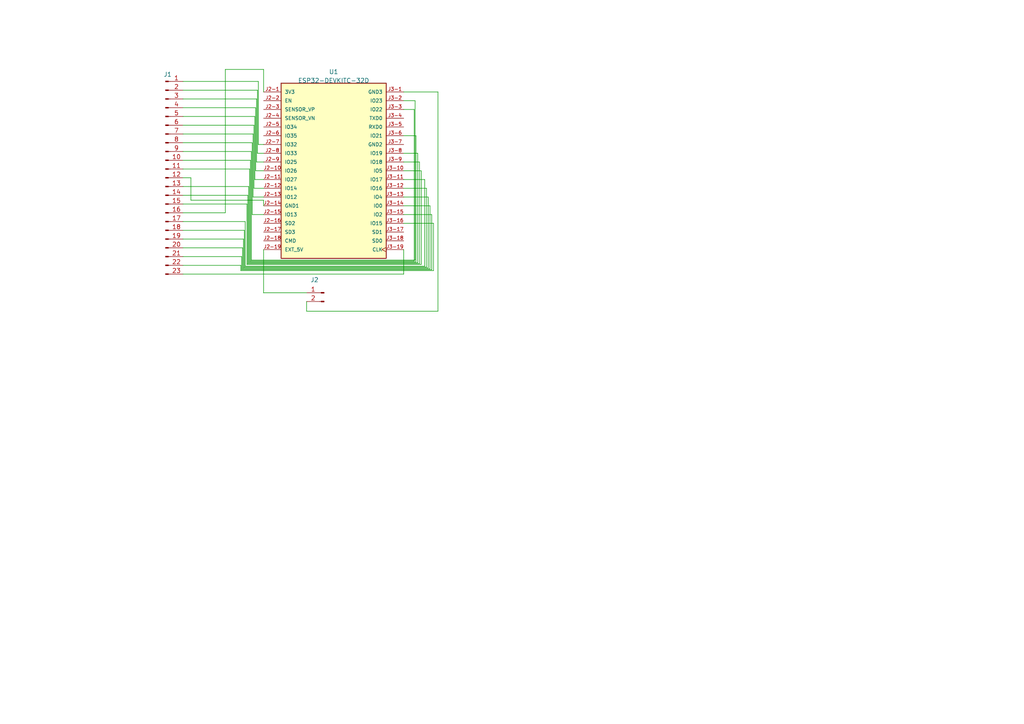
<source format=kicad_sch>
(kicad_sch
	(version 20231120)
	(generator "eeschema")
	(generator_version "8.0")
	(uuid "983f6912-3102-447c-a297-908b2412ac9d")
	(paper "A4")
	(lib_symbols
		(symbol "Connector:Conn_01x02_Pin"
			(pin_names
				(offset 1.016) hide)
			(exclude_from_sim no)
			(in_bom yes)
			(on_board yes)
			(property "Reference" "J"
				(at 0 2.54 0)
				(effects
					(font
						(size 1.27 1.27)
					)
				)
			)
			(property "Value" "Conn_01x02_Pin"
				(at 0 -5.08 0)
				(effects
					(font
						(size 1.27 1.27)
					)
				)
			)
			(property "Footprint" ""
				(at 0 0 0)
				(effects
					(font
						(size 1.27 1.27)
					)
					(hide yes)
				)
			)
			(property "Datasheet" "~"
				(at 0 0 0)
				(effects
					(font
						(size 1.27 1.27)
					)
					(hide yes)
				)
			)
			(property "Description" "Generic connector, single row, 01x02, script generated"
				(at 0 0 0)
				(effects
					(font
						(size 1.27 1.27)
					)
					(hide yes)
				)
			)
			(property "ki_locked" ""
				(at 0 0 0)
				(effects
					(font
						(size 1.27 1.27)
					)
				)
			)
			(property "ki_keywords" "connector"
				(at 0 0 0)
				(effects
					(font
						(size 1.27 1.27)
					)
					(hide yes)
				)
			)
			(property "ki_fp_filters" "Connector*:*_1x??_*"
				(at 0 0 0)
				(effects
					(font
						(size 1.27 1.27)
					)
					(hide yes)
				)
			)
			(symbol "Conn_01x02_Pin_1_1"
				(polyline
					(pts
						(xy 1.27 -2.54) (xy 0.8636 -2.54)
					)
					(stroke
						(width 0.1524)
						(type default)
					)
					(fill
						(type none)
					)
				)
				(polyline
					(pts
						(xy 1.27 0) (xy 0.8636 0)
					)
					(stroke
						(width 0.1524)
						(type default)
					)
					(fill
						(type none)
					)
				)
				(rectangle
					(start 0.8636 -2.413)
					(end 0 -2.667)
					(stroke
						(width 0.1524)
						(type default)
					)
					(fill
						(type outline)
					)
				)
				(rectangle
					(start 0.8636 0.127)
					(end 0 -0.127)
					(stroke
						(width 0.1524)
						(type default)
					)
					(fill
						(type outline)
					)
				)
				(pin passive line
					(at 5.08 0 180)
					(length 3.81)
					(name "Pin_1"
						(effects
							(font
								(size 1.27 1.27)
							)
						)
					)
					(number "1"
						(effects
							(font
								(size 1.27 1.27)
							)
						)
					)
				)
				(pin passive line
					(at 5.08 -2.54 180)
					(length 3.81)
					(name "Pin_2"
						(effects
							(font
								(size 1.27 1.27)
							)
						)
					)
					(number "2"
						(effects
							(font
								(size 1.27 1.27)
							)
						)
					)
				)
			)
		)
		(symbol "Connector:Conn_01x23_Pin"
			(pin_names
				(offset 1.016) hide)
			(exclude_from_sim no)
			(in_bom yes)
			(on_board yes)
			(property "Reference" "J"
				(at 0 30.48 0)
				(effects
					(font
						(size 1.27 1.27)
					)
				)
			)
			(property "Value" "Conn_01x23_Pin"
				(at 0 -30.48 0)
				(effects
					(font
						(size 1.27 1.27)
					)
				)
			)
			(property "Footprint" ""
				(at 0 0 0)
				(effects
					(font
						(size 1.27 1.27)
					)
					(hide yes)
				)
			)
			(property "Datasheet" "~"
				(at 0 0 0)
				(effects
					(font
						(size 1.27 1.27)
					)
					(hide yes)
				)
			)
			(property "Description" "Generic connector, single row, 01x23, script generated"
				(at 0 0 0)
				(effects
					(font
						(size 1.27 1.27)
					)
					(hide yes)
				)
			)
			(property "ki_locked" ""
				(at 0 0 0)
				(effects
					(font
						(size 1.27 1.27)
					)
				)
			)
			(property "ki_keywords" "connector"
				(at 0 0 0)
				(effects
					(font
						(size 1.27 1.27)
					)
					(hide yes)
				)
			)
			(property "ki_fp_filters" "Connector*:*_1x??_*"
				(at 0 0 0)
				(effects
					(font
						(size 1.27 1.27)
					)
					(hide yes)
				)
			)
			(symbol "Conn_01x23_Pin_1_1"
				(polyline
					(pts
						(xy 1.27 -27.94) (xy 0.8636 -27.94)
					)
					(stroke
						(width 0.1524)
						(type default)
					)
					(fill
						(type none)
					)
				)
				(polyline
					(pts
						(xy 1.27 -25.4) (xy 0.8636 -25.4)
					)
					(stroke
						(width 0.1524)
						(type default)
					)
					(fill
						(type none)
					)
				)
				(polyline
					(pts
						(xy 1.27 -22.86) (xy 0.8636 -22.86)
					)
					(stroke
						(width 0.1524)
						(type default)
					)
					(fill
						(type none)
					)
				)
				(polyline
					(pts
						(xy 1.27 -20.32) (xy 0.8636 -20.32)
					)
					(stroke
						(width 0.1524)
						(type default)
					)
					(fill
						(type none)
					)
				)
				(polyline
					(pts
						(xy 1.27 -17.78) (xy 0.8636 -17.78)
					)
					(stroke
						(width 0.1524)
						(type default)
					)
					(fill
						(type none)
					)
				)
				(polyline
					(pts
						(xy 1.27 -15.24) (xy 0.8636 -15.24)
					)
					(stroke
						(width 0.1524)
						(type default)
					)
					(fill
						(type none)
					)
				)
				(polyline
					(pts
						(xy 1.27 -12.7) (xy 0.8636 -12.7)
					)
					(stroke
						(width 0.1524)
						(type default)
					)
					(fill
						(type none)
					)
				)
				(polyline
					(pts
						(xy 1.27 -10.16) (xy 0.8636 -10.16)
					)
					(stroke
						(width 0.1524)
						(type default)
					)
					(fill
						(type none)
					)
				)
				(polyline
					(pts
						(xy 1.27 -7.62) (xy 0.8636 -7.62)
					)
					(stroke
						(width 0.1524)
						(type default)
					)
					(fill
						(type none)
					)
				)
				(polyline
					(pts
						(xy 1.27 -5.08) (xy 0.8636 -5.08)
					)
					(stroke
						(width 0.1524)
						(type default)
					)
					(fill
						(type none)
					)
				)
				(polyline
					(pts
						(xy 1.27 -2.54) (xy 0.8636 -2.54)
					)
					(stroke
						(width 0.1524)
						(type default)
					)
					(fill
						(type none)
					)
				)
				(polyline
					(pts
						(xy 1.27 0) (xy 0.8636 0)
					)
					(stroke
						(width 0.1524)
						(type default)
					)
					(fill
						(type none)
					)
				)
				(polyline
					(pts
						(xy 1.27 2.54) (xy 0.8636 2.54)
					)
					(stroke
						(width 0.1524)
						(type default)
					)
					(fill
						(type none)
					)
				)
				(polyline
					(pts
						(xy 1.27 5.08) (xy 0.8636 5.08)
					)
					(stroke
						(width 0.1524)
						(type default)
					)
					(fill
						(type none)
					)
				)
				(polyline
					(pts
						(xy 1.27 7.62) (xy 0.8636 7.62)
					)
					(stroke
						(width 0.1524)
						(type default)
					)
					(fill
						(type none)
					)
				)
				(polyline
					(pts
						(xy 1.27 10.16) (xy 0.8636 10.16)
					)
					(stroke
						(width 0.1524)
						(type default)
					)
					(fill
						(type none)
					)
				)
				(polyline
					(pts
						(xy 1.27 12.7) (xy 0.8636 12.7)
					)
					(stroke
						(width 0.1524)
						(type default)
					)
					(fill
						(type none)
					)
				)
				(polyline
					(pts
						(xy 1.27 15.24) (xy 0.8636 15.24)
					)
					(stroke
						(width 0.1524)
						(type default)
					)
					(fill
						(type none)
					)
				)
				(polyline
					(pts
						(xy 1.27 17.78) (xy 0.8636 17.78)
					)
					(stroke
						(width 0.1524)
						(type default)
					)
					(fill
						(type none)
					)
				)
				(polyline
					(pts
						(xy 1.27 20.32) (xy 0.8636 20.32)
					)
					(stroke
						(width 0.1524)
						(type default)
					)
					(fill
						(type none)
					)
				)
				(polyline
					(pts
						(xy 1.27 22.86) (xy 0.8636 22.86)
					)
					(stroke
						(width 0.1524)
						(type default)
					)
					(fill
						(type none)
					)
				)
				(polyline
					(pts
						(xy 1.27 25.4) (xy 0.8636 25.4)
					)
					(stroke
						(width 0.1524)
						(type default)
					)
					(fill
						(type none)
					)
				)
				(polyline
					(pts
						(xy 1.27 27.94) (xy 0.8636 27.94)
					)
					(stroke
						(width 0.1524)
						(type default)
					)
					(fill
						(type none)
					)
				)
				(rectangle
					(start 0.8636 -27.813)
					(end 0 -28.067)
					(stroke
						(width 0.1524)
						(type default)
					)
					(fill
						(type outline)
					)
				)
				(rectangle
					(start 0.8636 -25.273)
					(end 0 -25.527)
					(stroke
						(width 0.1524)
						(type default)
					)
					(fill
						(type outline)
					)
				)
				(rectangle
					(start 0.8636 -22.733)
					(end 0 -22.987)
					(stroke
						(width 0.1524)
						(type default)
					)
					(fill
						(type outline)
					)
				)
				(rectangle
					(start 0.8636 -20.193)
					(end 0 -20.447)
					(stroke
						(width 0.1524)
						(type default)
					)
					(fill
						(type outline)
					)
				)
				(rectangle
					(start 0.8636 -17.653)
					(end 0 -17.907)
					(stroke
						(width 0.1524)
						(type default)
					)
					(fill
						(type outline)
					)
				)
				(rectangle
					(start 0.8636 -15.113)
					(end 0 -15.367)
					(stroke
						(width 0.1524)
						(type default)
					)
					(fill
						(type outline)
					)
				)
				(rectangle
					(start 0.8636 -12.573)
					(end 0 -12.827)
					(stroke
						(width 0.1524)
						(type default)
					)
					(fill
						(type outline)
					)
				)
				(rectangle
					(start 0.8636 -10.033)
					(end 0 -10.287)
					(stroke
						(width 0.1524)
						(type default)
					)
					(fill
						(type outline)
					)
				)
				(rectangle
					(start 0.8636 -7.493)
					(end 0 -7.747)
					(stroke
						(width 0.1524)
						(type default)
					)
					(fill
						(type outline)
					)
				)
				(rectangle
					(start 0.8636 -4.953)
					(end 0 -5.207)
					(stroke
						(width 0.1524)
						(type default)
					)
					(fill
						(type outline)
					)
				)
				(rectangle
					(start 0.8636 -2.413)
					(end 0 -2.667)
					(stroke
						(width 0.1524)
						(type default)
					)
					(fill
						(type outline)
					)
				)
				(rectangle
					(start 0.8636 0.127)
					(end 0 -0.127)
					(stroke
						(width 0.1524)
						(type default)
					)
					(fill
						(type outline)
					)
				)
				(rectangle
					(start 0.8636 2.667)
					(end 0 2.413)
					(stroke
						(width 0.1524)
						(type default)
					)
					(fill
						(type outline)
					)
				)
				(rectangle
					(start 0.8636 5.207)
					(end 0 4.953)
					(stroke
						(width 0.1524)
						(type default)
					)
					(fill
						(type outline)
					)
				)
				(rectangle
					(start 0.8636 7.747)
					(end 0 7.493)
					(stroke
						(width 0.1524)
						(type default)
					)
					(fill
						(type outline)
					)
				)
				(rectangle
					(start 0.8636 10.287)
					(end 0 10.033)
					(stroke
						(width 0.1524)
						(type default)
					)
					(fill
						(type outline)
					)
				)
				(rectangle
					(start 0.8636 12.827)
					(end 0 12.573)
					(stroke
						(width 0.1524)
						(type default)
					)
					(fill
						(type outline)
					)
				)
				(rectangle
					(start 0.8636 15.367)
					(end 0 15.113)
					(stroke
						(width 0.1524)
						(type default)
					)
					(fill
						(type outline)
					)
				)
				(rectangle
					(start 0.8636 17.907)
					(end 0 17.653)
					(stroke
						(width 0.1524)
						(type default)
					)
					(fill
						(type outline)
					)
				)
				(rectangle
					(start 0.8636 20.447)
					(end 0 20.193)
					(stroke
						(width 0.1524)
						(type default)
					)
					(fill
						(type outline)
					)
				)
				(rectangle
					(start 0.8636 22.987)
					(end 0 22.733)
					(stroke
						(width 0.1524)
						(type default)
					)
					(fill
						(type outline)
					)
				)
				(rectangle
					(start 0.8636 25.527)
					(end 0 25.273)
					(stroke
						(width 0.1524)
						(type default)
					)
					(fill
						(type outline)
					)
				)
				(rectangle
					(start 0.8636 28.067)
					(end 0 27.813)
					(stroke
						(width 0.1524)
						(type default)
					)
					(fill
						(type outline)
					)
				)
				(pin passive line
					(at 5.08 27.94 180)
					(length 3.81)
					(name "Pin_1"
						(effects
							(font
								(size 1.27 1.27)
							)
						)
					)
					(number "1"
						(effects
							(font
								(size 1.27 1.27)
							)
						)
					)
				)
				(pin passive line
					(at 5.08 5.08 180)
					(length 3.81)
					(name "Pin_10"
						(effects
							(font
								(size 1.27 1.27)
							)
						)
					)
					(number "10"
						(effects
							(font
								(size 1.27 1.27)
							)
						)
					)
				)
				(pin passive line
					(at 5.08 2.54 180)
					(length 3.81)
					(name "Pin_11"
						(effects
							(font
								(size 1.27 1.27)
							)
						)
					)
					(number "11"
						(effects
							(font
								(size 1.27 1.27)
							)
						)
					)
				)
				(pin passive line
					(at 5.08 0 180)
					(length 3.81)
					(name "Pin_12"
						(effects
							(font
								(size 1.27 1.27)
							)
						)
					)
					(number "12"
						(effects
							(font
								(size 1.27 1.27)
							)
						)
					)
				)
				(pin passive line
					(at 5.08 -2.54 180)
					(length 3.81)
					(name "Pin_13"
						(effects
							(font
								(size 1.27 1.27)
							)
						)
					)
					(number "13"
						(effects
							(font
								(size 1.27 1.27)
							)
						)
					)
				)
				(pin passive line
					(at 5.08 -5.08 180)
					(length 3.81)
					(name "Pin_14"
						(effects
							(font
								(size 1.27 1.27)
							)
						)
					)
					(number "14"
						(effects
							(font
								(size 1.27 1.27)
							)
						)
					)
				)
				(pin passive line
					(at 5.08 -7.62 180)
					(length 3.81)
					(name "Pin_15"
						(effects
							(font
								(size 1.27 1.27)
							)
						)
					)
					(number "15"
						(effects
							(font
								(size 1.27 1.27)
							)
						)
					)
				)
				(pin passive line
					(at 5.08 -10.16 180)
					(length 3.81)
					(name "Pin_16"
						(effects
							(font
								(size 1.27 1.27)
							)
						)
					)
					(number "16"
						(effects
							(font
								(size 1.27 1.27)
							)
						)
					)
				)
				(pin passive line
					(at 5.08 -12.7 180)
					(length 3.81)
					(name "Pin_17"
						(effects
							(font
								(size 1.27 1.27)
							)
						)
					)
					(number "17"
						(effects
							(font
								(size 1.27 1.27)
							)
						)
					)
				)
				(pin passive line
					(at 5.08 -15.24 180)
					(length 3.81)
					(name "Pin_18"
						(effects
							(font
								(size 1.27 1.27)
							)
						)
					)
					(number "18"
						(effects
							(font
								(size 1.27 1.27)
							)
						)
					)
				)
				(pin passive line
					(at 5.08 -17.78 180)
					(length 3.81)
					(name "Pin_19"
						(effects
							(font
								(size 1.27 1.27)
							)
						)
					)
					(number "19"
						(effects
							(font
								(size 1.27 1.27)
							)
						)
					)
				)
				(pin passive line
					(at 5.08 25.4 180)
					(length 3.81)
					(name "Pin_2"
						(effects
							(font
								(size 1.27 1.27)
							)
						)
					)
					(number "2"
						(effects
							(font
								(size 1.27 1.27)
							)
						)
					)
				)
				(pin passive line
					(at 5.08 -20.32 180)
					(length 3.81)
					(name "Pin_20"
						(effects
							(font
								(size 1.27 1.27)
							)
						)
					)
					(number "20"
						(effects
							(font
								(size 1.27 1.27)
							)
						)
					)
				)
				(pin passive line
					(at 5.08 -22.86 180)
					(length 3.81)
					(name "Pin_21"
						(effects
							(font
								(size 1.27 1.27)
							)
						)
					)
					(number "21"
						(effects
							(font
								(size 1.27 1.27)
							)
						)
					)
				)
				(pin passive line
					(at 5.08 -25.4 180)
					(length 3.81)
					(name "Pin_22"
						(effects
							(font
								(size 1.27 1.27)
							)
						)
					)
					(number "22"
						(effects
							(font
								(size 1.27 1.27)
							)
						)
					)
				)
				(pin passive line
					(at 5.08 -27.94 180)
					(length 3.81)
					(name "Pin_23"
						(effects
							(font
								(size 1.27 1.27)
							)
						)
					)
					(number "23"
						(effects
							(font
								(size 1.27 1.27)
							)
						)
					)
				)
				(pin passive line
					(at 5.08 22.86 180)
					(length 3.81)
					(name "Pin_3"
						(effects
							(font
								(size 1.27 1.27)
							)
						)
					)
					(number "3"
						(effects
							(font
								(size 1.27 1.27)
							)
						)
					)
				)
				(pin passive line
					(at 5.08 20.32 180)
					(length 3.81)
					(name "Pin_4"
						(effects
							(font
								(size 1.27 1.27)
							)
						)
					)
					(number "4"
						(effects
							(font
								(size 1.27 1.27)
							)
						)
					)
				)
				(pin passive line
					(at 5.08 17.78 180)
					(length 3.81)
					(name "Pin_5"
						(effects
							(font
								(size 1.27 1.27)
							)
						)
					)
					(number "5"
						(effects
							(font
								(size 1.27 1.27)
							)
						)
					)
				)
				(pin passive line
					(at 5.08 15.24 180)
					(length 3.81)
					(name "Pin_6"
						(effects
							(font
								(size 1.27 1.27)
							)
						)
					)
					(number "6"
						(effects
							(font
								(size 1.27 1.27)
							)
						)
					)
				)
				(pin passive line
					(at 5.08 12.7 180)
					(length 3.81)
					(name "Pin_7"
						(effects
							(font
								(size 1.27 1.27)
							)
						)
					)
					(number "7"
						(effects
							(font
								(size 1.27 1.27)
							)
						)
					)
				)
				(pin passive line
					(at 5.08 10.16 180)
					(length 3.81)
					(name "Pin_8"
						(effects
							(font
								(size 1.27 1.27)
							)
						)
					)
					(number "8"
						(effects
							(font
								(size 1.27 1.27)
							)
						)
					)
				)
				(pin passive line
					(at 5.08 7.62 180)
					(length 3.81)
					(name "Pin_9"
						(effects
							(font
								(size 1.27 1.27)
							)
						)
					)
					(number "9"
						(effects
							(font
								(size 1.27 1.27)
							)
						)
					)
				)
			)
		)
		(symbol "ESP32 38-PIN:ESP32-DEVKITC-32D"
			(pin_names
				(offset 1.016)
			)
			(exclude_from_sim no)
			(in_bom yes)
			(on_board yes)
			(property "Reference" "U"
				(at -15.2572 26.0643 0)
				(effects
					(font
						(size 1.27 1.27)
					)
					(justify left bottom)
				)
			)
			(property "Value" "ESP32-DEVKITC-32D"
				(at -15.2563 -27.9698 0)
				(effects
					(font
						(size 1.27 1.27)
					)
					(justify left bottom)
				)
			)
			(property "Footprint" "ESP32-DEVKITC-32D:MODULE_ESP32-DEVKITC-32D"
				(at 0 0 0)
				(effects
					(font
						(size 1.27 1.27)
					)
					(justify bottom)
					(hide yes)
				)
			)
			(property "Datasheet" ""
				(at 0 0 0)
				(effects
					(font
						(size 1.27 1.27)
					)
					(hide yes)
				)
			)
			(property "Description" "\nWiFi Development Tools (802.11) ESP32 General Development Kit, ESP32-WROOM-32D on the board\n"
				(at 0 0 0)
				(effects
					(font
						(size 1.27 1.27)
					)
					(justify bottom)
					(hide yes)
				)
			)
			(property "MF" "Espressif Systems"
				(at 0 0 0)
				(effects
					(font
						(size 1.27 1.27)
					)
					(justify bottom)
					(hide yes)
				)
			)
			(property "MAXIMUM_PACKAGE_HEIGHT" "N/A"
				(at 0 0 0)
				(effects
					(font
						(size 1.27 1.27)
					)
					(justify bottom)
					(hide yes)
				)
			)
			(property "Package" "None"
				(at 0 0 0)
				(effects
					(font
						(size 1.27 1.27)
					)
					(justify bottom)
					(hide yes)
				)
			)
			(property "Price" "None"
				(at 0 0 0)
				(effects
					(font
						(size 1.27 1.27)
					)
					(justify bottom)
					(hide yes)
				)
			)
			(property "Check_prices" "https://www.snapeda.com/parts/ESP32-DEVKITC-32D/Espressif+Systems/view-part/?ref=eda"
				(at 0 0 0)
				(effects
					(font
						(size 1.27 1.27)
					)
					(justify bottom)
					(hide yes)
				)
			)
			(property "STANDARD" "Manufacturer Recommendations"
				(at 0 0 0)
				(effects
					(font
						(size 1.27 1.27)
					)
					(justify bottom)
					(hide yes)
				)
			)
			(property "PARTREV" "V4"
				(at 0 0 0)
				(effects
					(font
						(size 1.27 1.27)
					)
					(justify bottom)
					(hide yes)
				)
			)
			(property "SnapEDA_Link" "https://www.snapeda.com/parts/ESP32-DEVKITC-32D/Espressif+Systems/view-part/?ref=snap"
				(at 0 0 0)
				(effects
					(font
						(size 1.27 1.27)
					)
					(justify bottom)
					(hide yes)
				)
			)
			(property "MP" "ESP32-DEVKITC-32D"
				(at 0 0 0)
				(effects
					(font
						(size 1.27 1.27)
					)
					(justify bottom)
					(hide yes)
				)
			)
			(property "MANUFACTURER" "Espressif Systems"
				(at 0 0 0)
				(effects
					(font
						(size 1.27 1.27)
					)
					(justify bottom)
					(hide yes)
				)
			)
			(property "Availability" "In Stock"
				(at 0 0 0)
				(effects
					(font
						(size 1.27 1.27)
					)
					(justify bottom)
					(hide yes)
				)
			)
			(property "SNAPEDA_PN" "ESP32-DEVKITC-32D"
				(at 0 0 0)
				(effects
					(font
						(size 1.27 1.27)
					)
					(justify bottom)
					(hide yes)
				)
			)
			(symbol "ESP32-DEVKITC-32D_0_0"
				(rectangle
					(start -15.24 -25.4)
					(end 15.24 25.4)
					(stroke
						(width 0.254)
						(type default)
					)
					(fill
						(type background)
					)
				)
				(pin power_in line
					(at -20.32 22.86 0)
					(length 5.08)
					(name "3V3"
						(effects
							(font
								(size 1.016 1.016)
							)
						)
					)
					(number "J2-1"
						(effects
							(font
								(size 1.016 1.016)
							)
						)
					)
				)
				(pin bidirectional line
					(at -20.32 0 0)
					(length 5.08)
					(name "IO26"
						(effects
							(font
								(size 1.016 1.016)
							)
						)
					)
					(number "J2-10"
						(effects
							(font
								(size 1.016 1.016)
							)
						)
					)
				)
				(pin bidirectional line
					(at -20.32 -2.54 0)
					(length 5.08)
					(name "IO27"
						(effects
							(font
								(size 1.016 1.016)
							)
						)
					)
					(number "J2-11"
						(effects
							(font
								(size 1.016 1.016)
							)
						)
					)
				)
				(pin bidirectional line
					(at -20.32 -5.08 0)
					(length 5.08)
					(name "IO14"
						(effects
							(font
								(size 1.016 1.016)
							)
						)
					)
					(number "J2-12"
						(effects
							(font
								(size 1.016 1.016)
							)
						)
					)
				)
				(pin bidirectional line
					(at -20.32 -7.62 0)
					(length 5.08)
					(name "IO12"
						(effects
							(font
								(size 1.016 1.016)
							)
						)
					)
					(number "J2-13"
						(effects
							(font
								(size 1.016 1.016)
							)
						)
					)
				)
				(pin power_in line
					(at -20.32 -10.16 0)
					(length 5.08)
					(name "GND1"
						(effects
							(font
								(size 1.016 1.016)
							)
						)
					)
					(number "J2-14"
						(effects
							(font
								(size 1.016 1.016)
							)
						)
					)
				)
				(pin bidirectional line
					(at -20.32 -12.7 0)
					(length 5.08)
					(name "IO13"
						(effects
							(font
								(size 1.016 1.016)
							)
						)
					)
					(number "J2-15"
						(effects
							(font
								(size 1.016 1.016)
							)
						)
					)
				)
				(pin bidirectional line
					(at -20.32 -15.24 0)
					(length 5.08)
					(name "SD2"
						(effects
							(font
								(size 1.016 1.016)
							)
						)
					)
					(number "J2-16"
						(effects
							(font
								(size 1.016 1.016)
							)
						)
					)
				)
				(pin bidirectional line
					(at -20.32 -17.78 0)
					(length 5.08)
					(name "SD3"
						(effects
							(font
								(size 1.016 1.016)
							)
						)
					)
					(number "J2-17"
						(effects
							(font
								(size 1.016 1.016)
							)
						)
					)
				)
				(pin bidirectional line
					(at -20.32 -20.32 0)
					(length 5.08)
					(name "CMD"
						(effects
							(font
								(size 1.016 1.016)
							)
						)
					)
					(number "J2-18"
						(effects
							(font
								(size 1.016 1.016)
							)
						)
					)
				)
				(pin power_in line
					(at -20.32 -22.86 0)
					(length 5.08)
					(name "EXT_5V"
						(effects
							(font
								(size 1.016 1.016)
							)
						)
					)
					(number "J2-19"
						(effects
							(font
								(size 1.016 1.016)
							)
						)
					)
				)
				(pin input line
					(at -20.32 20.32 0)
					(length 5.08)
					(name "EN"
						(effects
							(font
								(size 1.016 1.016)
							)
						)
					)
					(number "J2-2"
						(effects
							(font
								(size 1.016 1.016)
							)
						)
					)
				)
				(pin input line
					(at -20.32 17.78 0)
					(length 5.08)
					(name "SENSOR_VP"
						(effects
							(font
								(size 1.016 1.016)
							)
						)
					)
					(number "J2-3"
						(effects
							(font
								(size 1.016 1.016)
							)
						)
					)
				)
				(pin input line
					(at -20.32 15.24 0)
					(length 5.08)
					(name "SENSOR_VN"
						(effects
							(font
								(size 1.016 1.016)
							)
						)
					)
					(number "J2-4"
						(effects
							(font
								(size 1.016 1.016)
							)
						)
					)
				)
				(pin bidirectional line
					(at -20.32 12.7 0)
					(length 5.08)
					(name "IO34"
						(effects
							(font
								(size 1.016 1.016)
							)
						)
					)
					(number "J2-5"
						(effects
							(font
								(size 1.016 1.016)
							)
						)
					)
				)
				(pin bidirectional line
					(at -20.32 10.16 0)
					(length 5.08)
					(name "IO35"
						(effects
							(font
								(size 1.016 1.016)
							)
						)
					)
					(number "J2-6"
						(effects
							(font
								(size 1.016 1.016)
							)
						)
					)
				)
				(pin bidirectional line
					(at -20.32 7.62 0)
					(length 5.08)
					(name "IO32"
						(effects
							(font
								(size 1.016 1.016)
							)
						)
					)
					(number "J2-7"
						(effects
							(font
								(size 1.016 1.016)
							)
						)
					)
				)
				(pin bidirectional line
					(at -20.32 5.08 0)
					(length 5.08)
					(name "IO33"
						(effects
							(font
								(size 1.016 1.016)
							)
						)
					)
					(number "J2-8"
						(effects
							(font
								(size 1.016 1.016)
							)
						)
					)
				)
				(pin bidirectional line
					(at -20.32 2.54 0)
					(length 5.08)
					(name "IO25"
						(effects
							(font
								(size 1.016 1.016)
							)
						)
					)
					(number "J2-9"
						(effects
							(font
								(size 1.016 1.016)
							)
						)
					)
				)
				(pin power_in line
					(at 20.32 22.86 180)
					(length 5.08)
					(name "GND3"
						(effects
							(font
								(size 1.016 1.016)
							)
						)
					)
					(number "J3-1"
						(effects
							(font
								(size 1.016 1.016)
							)
						)
					)
				)
				(pin bidirectional line
					(at 20.32 0 180)
					(length 5.08)
					(name "IO5"
						(effects
							(font
								(size 1.016 1.016)
							)
						)
					)
					(number "J3-10"
						(effects
							(font
								(size 1.016 1.016)
							)
						)
					)
				)
				(pin bidirectional line
					(at 20.32 -2.54 180)
					(length 5.08)
					(name "IO17"
						(effects
							(font
								(size 1.016 1.016)
							)
						)
					)
					(number "J3-11"
						(effects
							(font
								(size 1.016 1.016)
							)
						)
					)
				)
				(pin bidirectional line
					(at 20.32 -5.08 180)
					(length 5.08)
					(name "IO16"
						(effects
							(font
								(size 1.016 1.016)
							)
						)
					)
					(number "J3-12"
						(effects
							(font
								(size 1.016 1.016)
							)
						)
					)
				)
				(pin bidirectional line
					(at 20.32 -7.62 180)
					(length 5.08)
					(name "IO4"
						(effects
							(font
								(size 1.016 1.016)
							)
						)
					)
					(number "J3-13"
						(effects
							(font
								(size 1.016 1.016)
							)
						)
					)
				)
				(pin bidirectional line
					(at 20.32 -10.16 180)
					(length 5.08)
					(name "IO0"
						(effects
							(font
								(size 1.016 1.016)
							)
						)
					)
					(number "J3-14"
						(effects
							(font
								(size 1.016 1.016)
							)
						)
					)
				)
				(pin bidirectional line
					(at 20.32 -12.7 180)
					(length 5.08)
					(name "IO2"
						(effects
							(font
								(size 1.016 1.016)
							)
						)
					)
					(number "J3-15"
						(effects
							(font
								(size 1.016 1.016)
							)
						)
					)
				)
				(pin bidirectional line
					(at 20.32 -15.24 180)
					(length 5.08)
					(name "IO15"
						(effects
							(font
								(size 1.016 1.016)
							)
						)
					)
					(number "J3-16"
						(effects
							(font
								(size 1.016 1.016)
							)
						)
					)
				)
				(pin bidirectional line
					(at 20.32 -17.78 180)
					(length 5.08)
					(name "SD1"
						(effects
							(font
								(size 1.016 1.016)
							)
						)
					)
					(number "J3-17"
						(effects
							(font
								(size 1.016 1.016)
							)
						)
					)
				)
				(pin bidirectional line
					(at 20.32 -20.32 180)
					(length 5.08)
					(name "SD0"
						(effects
							(font
								(size 1.016 1.016)
							)
						)
					)
					(number "J3-18"
						(effects
							(font
								(size 1.016 1.016)
							)
						)
					)
				)
				(pin input clock
					(at 20.32 -22.86 180)
					(length 5.08)
					(name "CLK"
						(effects
							(font
								(size 1.016 1.016)
							)
						)
					)
					(number "J3-19"
						(effects
							(font
								(size 1.016 1.016)
							)
						)
					)
				)
				(pin bidirectional line
					(at 20.32 20.32 180)
					(length 5.08)
					(name "IO23"
						(effects
							(font
								(size 1.016 1.016)
							)
						)
					)
					(number "J3-2"
						(effects
							(font
								(size 1.016 1.016)
							)
						)
					)
				)
				(pin bidirectional line
					(at 20.32 17.78 180)
					(length 5.08)
					(name "IO22"
						(effects
							(font
								(size 1.016 1.016)
							)
						)
					)
					(number "J3-3"
						(effects
							(font
								(size 1.016 1.016)
							)
						)
					)
				)
				(pin output line
					(at 20.32 15.24 180)
					(length 5.08)
					(name "TXD0"
						(effects
							(font
								(size 1.016 1.016)
							)
						)
					)
					(number "J3-4"
						(effects
							(font
								(size 1.016 1.016)
							)
						)
					)
				)
				(pin input line
					(at 20.32 12.7 180)
					(length 5.08)
					(name "RXD0"
						(effects
							(font
								(size 1.016 1.016)
							)
						)
					)
					(number "J3-5"
						(effects
							(font
								(size 1.016 1.016)
							)
						)
					)
				)
				(pin bidirectional line
					(at 20.32 10.16 180)
					(length 5.08)
					(name "IO21"
						(effects
							(font
								(size 1.016 1.016)
							)
						)
					)
					(number "J3-6"
						(effects
							(font
								(size 1.016 1.016)
							)
						)
					)
				)
				(pin power_in line
					(at 20.32 7.62 180)
					(length 5.08)
					(name "GND2"
						(effects
							(font
								(size 1.016 1.016)
							)
						)
					)
					(number "J3-7"
						(effects
							(font
								(size 1.016 1.016)
							)
						)
					)
				)
				(pin bidirectional line
					(at 20.32 5.08 180)
					(length 5.08)
					(name "IO19"
						(effects
							(font
								(size 1.016 1.016)
							)
						)
					)
					(number "J3-8"
						(effects
							(font
								(size 1.016 1.016)
							)
						)
					)
				)
				(pin bidirectional line
					(at 20.32 2.54 180)
					(length 5.08)
					(name "IO18"
						(effects
							(font
								(size 1.016 1.016)
							)
						)
					)
					(number "J3-9"
						(effects
							(font
								(size 1.016 1.016)
							)
						)
					)
				)
			)
		)
	)
	(wire
		(pts
			(xy 74.93 41.91) (xy 76.454 41.91)
		)
		(stroke
			(width 0)
			(type default)
		)
		(uuid "008f9180-7130-443f-bb50-26b357e447c2")
	)
	(wire
		(pts
			(xy 53.086 71.882) (xy 70.358 71.882)
		)
		(stroke
			(width 0)
			(type default)
		)
		(uuid "030429ab-33f0-4891-b60e-b63da5a8c232")
	)
	(wire
		(pts
			(xy 124.714 59.69) (xy 117.094 59.69)
		)
		(stroke
			(width 0)
			(type default)
		)
		(uuid "0a9a1b4d-d539-41c7-bac2-36a0f29b369b")
	)
	(wire
		(pts
			(xy 71.628 76.708) (xy 122.174 76.708)
		)
		(stroke
			(width 0)
			(type default)
		)
		(uuid "12828edf-cb0d-4818-82cc-cbb5354c5c83")
	)
	(wire
		(pts
			(xy 123.19 52.07) (xy 123.19 77.216)
		)
		(stroke
			(width 0)
			(type default)
		)
		(uuid "14ef3fa9-57d6-4726-924f-a988d6b76cc7")
	)
	(wire
		(pts
			(xy 121.666 46.99) (xy 117.094 46.99)
		)
		(stroke
			(width 0)
			(type default)
		)
		(uuid "1576f79e-65af-4743-ba4a-357db4341513")
	)
	(wire
		(pts
			(xy 76.454 84.9376) (xy 76.4794 84.9376)
		)
		(stroke
			(width 0)
			(type default)
		)
		(uuid "1b2a66f5-b78b-4f12-ae1e-5f5bd00928b5")
	)
	(wire
		(pts
			(xy 53.086 23.622) (xy 74.93 23.622)
		)
		(stroke
			(width 0)
			(type default)
		)
		(uuid "1d4d220f-a1fd-4512-8799-838a7c19fb80")
	)
	(wire
		(pts
			(xy 74.676 44.45) (xy 76.454 44.45)
		)
		(stroke
			(width 0)
			(type default)
		)
		(uuid "20448a9a-d140-42be-ab5a-f7ce1555bedc")
	)
	(wire
		(pts
			(xy 121.158 44.45) (xy 117.094 44.45)
		)
		(stroke
			(width 0)
			(type default)
		)
		(uuid "221b3b06-56db-4505-8c59-0dd742bbd54a")
	)
	(wire
		(pts
			(xy 53.086 49.022) (xy 72.39 49.022)
		)
		(stroke
			(width 0)
			(type default)
		)
		(uuid "28fa9e86-db55-482c-80d2-1f7e8e13d6f8")
	)
	(wire
		(pts
			(xy 73.406 38.862) (xy 73.406 57.15)
		)
		(stroke
			(width 0)
			(type default)
		)
		(uuid "2c7d1442-8585-48bc-a077-7df25076a3ab")
	)
	(wire
		(pts
			(xy 53.086 51.562) (xy 55.372 51.562)
		)
		(stroke
			(width 0)
			(type default)
		)
		(uuid "2d3546e5-170c-4f27-bc3b-b81b31214c6e")
	)
	(wire
		(pts
			(xy 123.698 54.61) (xy 123.698 77.47)
		)
		(stroke
			(width 0)
			(type default)
		)
		(uuid "2d76d223-f4ee-4760-bf63-fb50494f9290")
	)
	(wire
		(pts
			(xy 53.086 74.422) (xy 70.104 74.422)
		)
		(stroke
			(width 0)
			(type default)
		)
		(uuid "32dddc96-9e90-43e7-b632-e10abfd979e5")
	)
	(wire
		(pts
			(xy 53.086 33.782) (xy 73.914 33.782)
		)
		(stroke
			(width 0)
			(type default)
		)
		(uuid "335697d0-9446-45d2-bfca-fbb77deaea41")
	)
	(wire
		(pts
			(xy 53.086 79.502) (xy 117.094 79.502)
		)
		(stroke
			(width 0)
			(type default)
		)
		(uuid "3586f6f8-0d04-439d-9019-decc43f3aec4")
	)
	(wire
		(pts
			(xy 73.152 62.23) (xy 76.454 62.23)
		)
		(stroke
			(width 0)
			(type default)
		)
		(uuid "36033e09-41e0-4c97-ae2a-b44e6f339b18")
	)
	(wire
		(pts
			(xy 72.39 75.946) (xy 120.65 75.946)
		)
		(stroke
			(width 0)
			(type default)
		)
		(uuid "38c91a89-7bdd-4f2f-95a5-82a3c0871286")
	)
	(wire
		(pts
			(xy 53.086 41.402) (xy 73.152 41.402)
		)
		(stroke
			(width 0)
			(type default)
		)
		(uuid "3a95247a-d58a-49f2-b065-5390b176ea5f")
	)
	(wire
		(pts
			(xy 74.422 46.99) (xy 76.454 46.99)
		)
		(stroke
			(width 0)
			(type default)
		)
		(uuid "3ae582e8-e376-49c6-900f-9df0ee14841a")
	)
	(wire
		(pts
			(xy 71.628 59.182) (xy 71.628 76.708)
		)
		(stroke
			(width 0)
			(type default)
		)
		(uuid "3b53dcb3-9e19-4406-b530-759196357dbd")
	)
	(wire
		(pts
			(xy 120.65 39.37) (xy 120.65 75.946)
		)
		(stroke
			(width 0)
			(type default)
		)
		(uuid "3db1e8e4-e4da-48e2-a585-091a7141cd88")
	)
	(wire
		(pts
			(xy 72.136 76.2) (xy 121.158 76.2)
		)
		(stroke
			(width 0)
			(type default)
		)
		(uuid "3edd6996-68b8-42d4-8e6b-718c43699462")
	)
	(wire
		(pts
			(xy 76.454 20.1422) (xy 76.454 26.67)
		)
		(stroke
			(width 0)
			(type default)
		)
		(uuid "410282a2-38fe-4bad-82f0-bb564f5cee5a")
	)
	(wire
		(pts
			(xy 124.206 57.15) (xy 124.206 77.724)
		)
		(stroke
			(width 0)
			(type default)
		)
		(uuid "45edf525-cc47-4e99-a04f-1e9d1d9cf387")
	)
	(wire
		(pts
			(xy 70.612 77.724) (xy 124.206 77.724)
		)
		(stroke
			(width 0)
			(type default)
		)
		(uuid "46c23bd9-c759-46c2-8f8a-7d9f92dd2707")
	)
	(wire
		(pts
			(xy 74.168 49.53) (xy 76.454 49.53)
		)
		(stroke
			(width 0)
			(type default)
		)
		(uuid "476151a3-4fa3-4689-9d36-c4e58845db22")
	)
	(wire
		(pts
			(xy 125.222 62.23) (xy 125.222 78.232)
		)
		(stroke
			(width 0)
			(type default)
		)
		(uuid "4fe8a90b-b660-4606-abc5-e14a3480cb7f")
	)
	(wire
		(pts
			(xy 120.65 39.37) (xy 117.094 39.37)
		)
		(stroke
			(width 0)
			(type default)
		)
		(uuid "5443c7f9-5ce8-4ac6-bb05-4aed0ffb48a7")
	)
	(wire
		(pts
			(xy 73.66 36.322) (xy 73.66 54.61)
		)
		(stroke
			(width 0)
			(type default)
		)
		(uuid "55a00363-1ba4-420c-97be-b78fca18ee12")
	)
	(wire
		(pts
			(xy 73.406 38.862) (xy 53.086 38.862)
		)
		(stroke
			(width 0)
			(type default)
		)
		(uuid "57edee3a-a78e-4f65-9065-9db50d523bfc")
	)
	(wire
		(pts
			(xy 125.73 78.486) (xy 125.73 64.77)
		)
		(stroke
			(width 0)
			(type default)
		)
		(uuid "596e0f33-085a-4200-8b55-591c3d870b9a")
	)
	(wire
		(pts
			(xy 124.206 57.15) (xy 117.094 57.15)
		)
		(stroke
			(width 0)
			(type default)
		)
		(uuid "5b17bc83-e4bd-4879-a370-314cdd35c862")
	)
	(wire
		(pts
			(xy 73.406 57.15) (xy 76.454 57.15)
		)
		(stroke
			(width 0)
			(type default)
		)
		(uuid "5f472012-4626-4f90-8f4c-0d5b56b8a153")
	)
	(wire
		(pts
			(xy 70.866 66.802) (xy 70.866 77.47)
		)
		(stroke
			(width 0)
			(type default)
		)
		(uuid "6269db61-9340-43c8-9086-86f7ce60b195")
	)
	(wire
		(pts
			(xy 73.152 41.402) (xy 73.152 62.23)
		)
		(stroke
			(width 0)
			(type default)
		)
		(uuid "62efde40-8d8a-48e9-b80e-61d562aa5f6f")
	)
	(wire
		(pts
			(xy 122.174 49.53) (xy 117.094 49.53)
		)
		(stroke
			(width 0)
			(type default)
		)
		(uuid "6644f6b8-d6fe-40d3-a4cd-2613a62a4505")
	)
	(wire
		(pts
			(xy 69.85 76.962) (xy 69.85 78.486)
		)
		(stroke
			(width 0)
			(type default)
		)
		(uuid "6b7b978d-deca-44fd-9a29-5fc8a1e8e337")
	)
	(wire
		(pts
			(xy 53.086 46.482) (xy 72.644 46.482)
		)
		(stroke
			(width 0)
			(type default)
		)
		(uuid "6ccfd283-ea40-4ab7-bb47-e24b01a1a5e2")
	)
	(wire
		(pts
			(xy 71.882 56.642) (xy 71.882 76.454)
		)
		(stroke
			(width 0)
			(type default)
		)
		(uuid "6eee7308-a006-455e-ab1a-ca49e3ce63fc")
	)
	(wire
		(pts
			(xy 127.0254 90.2716) (xy 88.9254 90.2716)
		)
		(stroke
			(width 0)
			(type default)
		)
		(uuid "7115311c-7c3b-4802-a40d-2dad1209d517")
	)
	(wire
		(pts
			(xy 120.142 31.75) (xy 117.094 31.75)
		)
		(stroke
			(width 0)
			(type default)
		)
		(uuid "73ef4f19-eff8-4ad1-a240-11b96133c3fe")
	)
	(wire
		(pts
			(xy 53.086 61.722) (xy 65.3542 61.722)
		)
		(stroke
			(width 0)
			(type default)
		)
		(uuid "741b1483-0bbd-43bc-955d-a5a034e39170")
	)
	(wire
		(pts
			(xy 73.66 54.61) (xy 76.454 54.61)
		)
		(stroke
			(width 0)
			(type default)
		)
		(uuid "746e00a7-7492-40c4-99e9-870f05a0c940")
	)
	(wire
		(pts
			(xy 120.396 29.21) (xy 120.396 75.438)
		)
		(stroke
			(width 0)
			(type default)
		)
		(uuid "78b0b6ff-7371-447c-b9ec-9ff3d424652c")
	)
	(wire
		(pts
			(xy 53.086 54.102) (xy 72.136 54.102)
		)
		(stroke
			(width 0)
			(type default)
		)
		(uuid "7c478bae-4c42-4d58-9c64-92805bc057a6")
	)
	(wire
		(pts
			(xy 76.4794 84.9122) (xy 88.9254 84.9122)
		)
		(stroke
			(width 0)
			(type default)
		)
		(uuid "81435dc7-3c92-4b97-9a18-49876ecfa223")
	)
	(wire
		(pts
			(xy 53.086 31.242) (xy 74.168 31.242)
		)
		(stroke
			(width 0)
			(type default)
		)
		(uuid "84117431-5172-4b2c-8c21-4cda969fc15c")
	)
	(wire
		(pts
			(xy 70.104 78.232) (xy 125.222 78.232)
		)
		(stroke
			(width 0)
			(type default)
		)
		(uuid "8549997c-81a6-4f95-bdbc-e0d2df7822e8")
	)
	(wire
		(pts
			(xy 122.174 49.53) (xy 122.174 76.708)
		)
		(stroke
			(width 0)
			(type default)
		)
		(uuid "87c9e835-6548-4fd9-a391-cac2bcb6595c")
	)
	(wire
		(pts
			(xy 55.372 51.562) (xy 55.372 58.0644)
		)
		(stroke
			(width 0)
			(type default)
		)
		(uuid "8a057404-0ec1-4f99-b5cd-71ca81b587d6")
	)
	(wire
		(pts
			(xy 70.104 74.422) (xy 70.104 78.232)
		)
		(stroke
			(width 0)
			(type default)
		)
		(uuid "92836840-d0eb-4f4d-9520-0f4784d78006")
	)
	(wire
		(pts
			(xy 69.85 78.486) (xy 125.73 78.486)
		)
		(stroke
			(width 0)
			(type default)
		)
		(uuid "9325a6db-640c-4ef6-984a-15cc5009b286")
	)
	(wire
		(pts
			(xy 70.866 77.47) (xy 123.698 77.47)
		)
		(stroke
			(width 0)
			(type default)
		)
		(uuid "9438f9bc-b776-40ab-bbd2-26394f2ae08e")
	)
	(wire
		(pts
			(xy 72.644 75.692) (xy 120.142 75.692)
		)
		(stroke
			(width 0)
			(type default)
		)
		(uuid "9589263a-e031-4245-9afa-f84f2e5fb5f3")
	)
	(wire
		(pts
			(xy 88.9254 90.2716) (xy 88.9254 87.4522)
		)
		(stroke
			(width 0)
			(type default)
		)
		(uuid "99ef6a6c-7975-442a-b660-cb3410b9ae86")
	)
	(wire
		(pts
			(xy 120.396 29.21) (xy 117.094 29.21)
		)
		(stroke
			(width 0)
			(type default)
		)
		(uuid "9d103374-891a-436c-8840-ba6826beb069")
	)
	(wire
		(pts
			(xy 53.086 59.182) (xy 71.628 59.182)
		)
		(stroke
			(width 0)
			(type default)
		)
		(uuid "9d4e9ed1-f773-4c08-90e4-d3141c8bad45")
	)
	(wire
		(pts
			(xy 127.0254 26.67) (xy 127.0254 90.2716)
		)
		(stroke
			(width 0)
			(type default)
		)
		(uuid "9e1dd800-fa3c-4586-9649-cfaf726026bc")
	)
	(wire
		(pts
			(xy 117.094 72.39) (xy 117.094 79.502)
		)
		(stroke
			(width 0)
			(type default)
		)
		(uuid "a25ba958-cc6a-4af2-b816-1e8c4df573ed")
	)
	(wire
		(pts
			(xy 125.73 64.77) (xy 117.094 64.77)
		)
		(stroke
			(width 0)
			(type default)
		)
		(uuid "a3882e0f-3501-4ef9-869d-17477b9c87d9")
	)
	(wire
		(pts
			(xy 53.086 36.322) (xy 73.66 36.322)
		)
		(stroke
			(width 0)
			(type default)
		)
		(uuid "a42ab28b-0b35-474e-bb53-2db859992f33")
	)
	(wire
		(pts
			(xy 76.454 72.39) (xy 76.454 84.9376)
		)
		(stroke
			(width 0)
			(type default)
		)
		(uuid "a7612b46-ceaf-4ce2-a932-a1e17a3018fe")
	)
	(wire
		(pts
			(xy 53.086 43.942) (xy 72.898 43.942)
		)
		(stroke
			(width 0)
			(type default)
		)
		(uuid "a76df447-ff86-4224-82ae-c6f3934f5848")
	)
	(wire
		(pts
			(xy 72.644 46.482) (xy 72.644 75.692)
		)
		(stroke
			(width 0)
			(type default)
		)
		(uuid "a9f0ec1a-3800-463a-92c1-f2bbb8d9a440")
	)
	(wire
		(pts
			(xy 72.898 43.942) (xy 72.898 75.438)
		)
		(stroke
			(width 0)
			(type default)
		)
		(uuid "b1ffb2c4-c1de-4433-a3eb-00939edfc058")
	)
	(wire
		(pts
			(xy 73.914 33.782) (xy 73.914 52.07)
		)
		(stroke
			(width 0)
			(type default)
		)
		(uuid "b31cbffa-74c3-4a88-9794-e33b37c20f8d")
	)
	(wire
		(pts
			(xy 72.898 75.438) (xy 120.396 75.438)
		)
		(stroke
			(width 0)
			(type default)
		)
		(uuid "bc9ea40e-cba0-4e66-a338-ae1f3079e0fb")
	)
	(wire
		(pts
			(xy 72.136 54.102) (xy 72.136 76.2)
		)
		(stroke
			(width 0)
			(type default)
		)
		(uuid "c04a7eb1-f3b9-456b-aef6-f63791a5ad5a")
	)
	(wire
		(pts
			(xy 65.3542 61.722) (xy 65.3542 20.1422)
		)
		(stroke
			(width 0)
			(type default)
		)
		(uuid "c22afa14-6006-406b-8e5b-315bc5fe62f0")
	)
	(wire
		(pts
			(xy 53.086 64.262) (xy 71.12 64.262)
		)
		(stroke
			(width 0)
			(type default)
		)
		(uuid "c3fc74d7-4d7e-4033-866e-b099fefc2593")
	)
	(wire
		(pts
			(xy 123.698 54.61) (xy 117.094 54.61)
		)
		(stroke
			(width 0)
			(type default)
		)
		(uuid "c8a70d07-41ea-459b-9ca6-0166fe2509d6")
	)
	(wire
		(pts
			(xy 73.914 52.07) (xy 76.454 52.07)
		)
		(stroke
			(width 0)
			(type default)
		)
		(uuid "d1e1fd08-9bf3-4428-b1b3-ceb2ede1749b")
	)
	(wire
		(pts
			(xy 53.086 28.702) (xy 74.422 28.702)
		)
		(stroke
			(width 0)
			(type default)
		)
		(uuid "d400d16f-6125-4df5-9de5-f7fbdba6afb2")
	)
	(wire
		(pts
			(xy 70.358 71.882) (xy 70.358 77.978)
		)
		(stroke
			(width 0)
			(type default)
		)
		(uuid "d7c4436e-99a4-4e80-abda-47101c1a780c")
	)
	(wire
		(pts
			(xy 125.222 62.23) (xy 117.094 62.23)
		)
		(stroke
			(width 0)
			(type default)
		)
		(uuid "d81b8cfa-9b48-4870-afd3-02a7a9f385d8")
	)
	(wire
		(pts
			(xy 71.882 76.454) (xy 121.666 76.454)
		)
		(stroke
			(width 0)
			(type default)
		)
		(uuid "d8adadb7-2440-4fd4-9952-697856b68566")
	)
	(wire
		(pts
			(xy 55.372 58.0644) (xy 76.454 58.0644)
		)
		(stroke
			(width 0)
			(type default)
		)
		(uuid "da30b059-47b1-4bdd-a17a-a027acaac1e8")
	)
	(wire
		(pts
			(xy 123.19 52.07) (xy 117.094 52.07)
		)
		(stroke
			(width 0)
			(type default)
		)
		(uuid "db0633e5-fa6c-4b1e-b001-11f750866b33")
	)
	(wire
		(pts
			(xy 53.086 69.342) (xy 70.612 69.342)
		)
		(stroke
			(width 0)
			(type default)
		)
		(uuid "dc3193dd-4d7e-403b-a1f6-6437ec4ce47a")
	)
	(wire
		(pts
			(xy 74.676 26.162) (xy 74.676 44.45)
		)
		(stroke
			(width 0)
			(type default)
		)
		(uuid "dd4a178e-a6cd-48e2-a067-9d787b62396f")
	)
	(wire
		(pts
			(xy 70.358 77.978) (xy 124.714 77.978)
		)
		(stroke
			(width 0)
			(type default)
		)
		(uuid "de56e7ec-2350-40de-8e6b-26369829d4e6")
	)
	(wire
		(pts
			(xy 53.086 76.962) (xy 69.85 76.962)
		)
		(stroke
			(width 0)
			(type default)
		)
		(uuid "dffb5bcc-bbb0-4266-bfde-9c0a475a22fd")
	)
	(wire
		(pts
			(xy 53.086 56.642) (xy 71.882 56.642)
		)
		(stroke
			(width 0)
			(type default)
		)
		(uuid "e27c9b89-7fd4-4fd4-a139-c0f64da0cf10")
	)
	(wire
		(pts
			(xy 74.168 31.242) (xy 74.168 49.53)
		)
		(stroke
			(width 0)
			(type default)
		)
		(uuid "e3c379ec-a245-4177-baba-7eb02b60f251")
	)
	(wire
		(pts
			(xy 121.158 44.45) (xy 121.158 76.2)
		)
		(stroke
			(width 0)
			(type default)
		)
		(uuid "e56a4135-c02d-4aa9-8335-2cc45a4e6d2b")
	)
	(wire
		(pts
			(xy 71.12 64.262) (xy 71.12 77.216)
		)
		(stroke
			(width 0)
			(type default)
		)
		(uuid "e80d5a60-e532-4e9f-b099-5f2a9ed7dc1f")
	)
	(wire
		(pts
			(xy 76.454 58.0644) (xy 76.454 59.69)
		)
		(stroke
			(width 0)
			(type default)
		)
		(uuid "e8b98dd2-4518-419e-9b66-13df7ffe9bb9")
	)
	(wire
		(pts
			(xy 120.142 31.75) (xy 120.142 75.692)
		)
		(stroke
			(width 0)
			(type default)
		)
		(uuid "e8c8bd6e-def8-4956-9e83-c746d9b668bf")
	)
	(wire
		(pts
			(xy 117.094 26.67) (xy 127.0254 26.67)
		)
		(stroke
			(width 0)
			(type default)
		)
		(uuid "e92d8183-fb3d-4e47-84c5-26b821971a47")
	)
	(wire
		(pts
			(xy 53.086 26.162) (xy 74.676 26.162)
		)
		(stroke
			(width 0)
			(type default)
		)
		(uuid "eb0ee198-ac2c-4893-bd91-8e25b3f13f31")
	)
	(wire
		(pts
			(xy 121.666 46.99) (xy 121.666 76.454)
		)
		(stroke
			(width 0)
			(type default)
		)
		(uuid "eb81484f-d85c-4f02-952d-de729df923fc")
	)
	(wire
		(pts
			(xy 74.93 23.622) (xy 74.93 41.91)
		)
		(stroke
			(width 0)
			(type default)
		)
		(uuid "ecadab5f-3eeb-44c2-a236-148aa4d86b2e")
	)
	(wire
		(pts
			(xy 70.612 69.342) (xy 70.612 77.724)
		)
		(stroke
			(width 0)
			(type default)
		)
		(uuid "ed0bbf17-6f59-4815-8128-b046045515af")
	)
	(wire
		(pts
			(xy 53.086 66.802) (xy 70.866 66.802)
		)
		(stroke
			(width 0)
			(type default)
		)
		(uuid "f29c37f2-bfd8-4e8d-8310-b88f385b1dd7")
	)
	(wire
		(pts
			(xy 74.422 28.702) (xy 74.422 46.99)
		)
		(stroke
			(width 0)
			(type default)
		)
		(uuid "f52e4f5f-0a72-4f43-b331-a602fb49e8a2")
	)
	(wire
		(pts
			(xy 65.3542 20.1422) (xy 76.454 20.1422)
		)
		(stroke
			(width 0)
			(type default)
		)
		(uuid "f821b1f0-7b90-4d2d-ab13-92be66072f48")
	)
	(wire
		(pts
			(xy 124.714 59.69) (xy 124.714 77.978)
		)
		(stroke
			(width 0)
			(type default)
		)
		(uuid "f8cf6f81-1727-4231-af14-d44355749a32")
	)
	(wire
		(pts
			(xy 76.4794 84.9376) (xy 76.4794 84.9122)
		)
		(stroke
			(width 0)
			(type default)
		)
		(uuid "f8def121-2076-49c7-ac61-2a18ee5dab02")
	)
	(wire
		(pts
			(xy 72.39 49.022) (xy 72.39 75.946)
		)
		(stroke
			(width 0)
			(type default)
		)
		(uuid "f91a995a-f377-4254-8ba2-32749d0a967d")
	)
	(wire
		(pts
			(xy 71.12 77.216) (xy 123.19 77.216)
		)
		(stroke
			(width 0)
			(type default)
		)
		(uuid "f98bc7f8-2244-4042-8cc4-927118674f00")
	)
	(symbol
		(lib_id "ESP32 38-PIN:ESP32-DEVKITC-32D")
		(at 96.774 49.53 0)
		(unit 1)
		(exclude_from_sim no)
		(in_bom yes)
		(on_board yes)
		(dnp no)
		(fields_autoplaced yes)
		(uuid "728c4d24-a1f3-4fc3-a5e1-2d26b5ff133b")
		(property "Reference" "U1"
			(at 96.774 20.828 0)
			(effects
				(font
					(size 1.27 1.27)
				)
			)
		)
		(property "Value" "ESP32-DEVKITC-32D"
			(at 96.774 23.368 0)
			(effects
				(font
					(size 1.27 1.27)
				)
			)
		)
		(property "Footprint" "ESP32 28-pin:MODULE_ESP32-DEVKITC-32D"
			(at 96.774 49.53 0)
			(effects
				(font
					(size 1.27 1.27)
				)
				(justify bottom)
				(hide yes)
			)
		)
		(property "Datasheet" ""
			(at 96.774 49.53 0)
			(effects
				(font
					(size 1.27 1.27)
				)
				(hide yes)
			)
		)
		(property "Description" "\nWiFi Development Tools (802.11) ESP32 General Development Kit, ESP32-WROOM-32D on the board\n"
			(at 96.774 49.53 0)
			(effects
				(font
					(size 1.27 1.27)
				)
				(justify bottom)
				(hide yes)
			)
		)
		(property "MF" "Espressif Systems"
			(at 96.774 49.53 0)
			(effects
				(font
					(size 1.27 1.27)
				)
				(justify bottom)
				(hide yes)
			)
		)
		(property "MAXIMUM_PACKAGE_HEIGHT" "N/A"
			(at 96.774 49.53 0)
			(effects
				(font
					(size 1.27 1.27)
				)
				(justify bottom)
				(hide yes)
			)
		)
		(property "Package" "None"
			(at 96.774 49.53 0)
			(effects
				(font
					(size 1.27 1.27)
				)
				(justify bottom)
				(hide yes)
			)
		)
		(property "Price" "None"
			(at 96.774 49.53 0)
			(effects
				(font
					(size 1.27 1.27)
				)
				(justify bottom)
				(hide yes)
			)
		)
		(property "Check_prices" "https://www.snapeda.com/parts/ESP32-DEVKITC-32D/Espressif+Systems/view-part/?ref=eda"
			(at 96.774 49.53 0)
			(effects
				(font
					(size 1.27 1.27)
				)
				(justify bottom)
				(hide yes)
			)
		)
		(property "STANDARD" "Manufacturer Recommendations"
			(at 96.774 49.53 0)
			(effects
				(font
					(size 1.27 1.27)
				)
				(justify bottom)
				(hide yes)
			)
		)
		(property "PARTREV" "V4"
			(at 96.774 49.53 0)
			(effects
				(font
					(size 1.27 1.27)
				)
				(justify bottom)
				(hide yes)
			)
		)
		(property "SnapEDA_Link" "https://www.snapeda.com/parts/ESP32-DEVKITC-32D/Espressif+Systems/view-part/?ref=snap"
			(at 96.774 49.53 0)
			(effects
				(font
					(size 1.27 1.27)
				)
				(justify bottom)
				(hide yes)
			)
		)
		(property "MP" "ESP32-DEVKITC-32D"
			(at 96.774 49.53 0)
			(effects
				(font
					(size 1.27 1.27)
				)
				(justify bottom)
				(hide yes)
			)
		)
		(property "MANUFACTURER" "Espressif Systems"
			(at 96.774 49.53 0)
			(effects
				(font
					(size 1.27 1.27)
				)
				(justify bottom)
				(hide yes)
			)
		)
		(property "Availability" "In Stock"
			(at 96.774 49.53 0)
			(effects
				(font
					(size 1.27 1.27)
				)
				(justify bottom)
				(hide yes)
			)
		)
		(property "SNAPEDA_PN" "ESP32-DEVKITC-32D"
			(at 96.774 49.53 0)
			(effects
				(font
					(size 1.27 1.27)
				)
				(justify bottom)
				(hide yes)
			)
		)
		(pin "J2-1"
			(uuid "140c4582-727a-461b-a72c-a2e403d41d93")
		)
		(pin "J2-10"
			(uuid "8b434427-f9a9-4461-b6a3-9e7d78ebc771")
		)
		(pin "J2-11"
			(uuid "c5c41b77-0128-44dc-860c-1788279ce238")
		)
		(pin "J2-12"
			(uuid "95374451-0a18-4919-82b7-a25d4eedb9d3")
		)
		(pin "J2-13"
			(uuid "4679c9fd-818b-4216-8bbe-c5152083930c")
		)
		(pin "J2-14"
			(uuid "2202d937-7862-409e-ac79-8b124cce0323")
		)
		(pin "J2-15"
			(uuid "953f19a3-09a8-4d66-9d8e-96919086c948")
		)
		(pin "J2-16"
			(uuid "a7824964-e064-4e75-b1c4-cf1e808602e8")
		)
		(pin "J2-17"
			(uuid "74cb6f10-933f-4bee-8d52-ffff24b85f05")
		)
		(pin "J2-18"
			(uuid "8747c6ba-5640-4c40-8982-45b9735dc03e")
		)
		(pin "J2-19"
			(uuid "760e975d-23dc-416b-a098-d4b56a633f10")
		)
		(pin "J2-2"
			(uuid "4347d3a6-09e3-46b0-87e2-b1761eee01ee")
		)
		(pin "J2-3"
			(uuid "e2704237-5703-4c3c-8866-3651d5c540e3")
		)
		(pin "J2-4"
			(uuid "01c30963-079d-49dd-bd99-970ae6c9e631")
		)
		(pin "J2-5"
			(uuid "7df330f2-46ce-4cec-bd19-0d2515c78092")
		)
		(pin "J2-6"
			(uuid "a58539ae-9bbf-4c20-8c8b-f99cb858f9fb")
		)
		(pin "J2-7"
			(uuid "5b669301-dab2-46d7-8590-bc66b8398f51")
		)
		(pin "J2-8"
			(uuid "d4a92db9-9073-444e-966c-77eae7589f0c")
		)
		(pin "J2-9"
			(uuid "78058eb1-9d4d-4133-9190-bade698b15a3")
		)
		(pin "J3-1"
			(uuid "2971bf3b-ab50-4430-b18d-e905e087d87d")
		)
		(pin "J3-10"
			(uuid "581a27cf-7650-4ddc-b1fe-efd5a514c243")
		)
		(pin "J3-11"
			(uuid "106da8fb-d3ac-4ca6-ae28-df77561a3956")
		)
		(pin "J3-12"
			(uuid "845cbecb-1158-428b-bbef-9e658ee51e80")
		)
		(pin "J3-13"
			(uuid "3a707e4a-53a6-424d-8052-c96eba23a183")
		)
		(pin "J3-14"
			(uuid "248786cc-94f7-4479-af03-bd53eb0d95d0")
		)
		(pin "J3-15"
			(uuid "a496dfbe-0519-4c14-b46d-f5b46798c741")
		)
		(pin "J3-16"
			(uuid "dbce94d1-8f92-4717-8ec3-afe8818423de")
		)
		(pin "J3-17"
			(uuid "b7fa86e4-e2d7-41e7-982e-6fc210f729c2")
		)
		(pin "J3-18"
			(uuid "4731cdd8-d513-4b79-bb3b-28486aed3f09")
		)
		(pin "J3-19"
			(uuid "b907e1c5-d43b-468f-826d-8b7d42b06af9")
		)
		(pin "J3-2"
			(uuid "8d36eba1-f0de-4ac7-95a7-c45e5afc95cc")
		)
		(pin "J3-3"
			(uuid "41d3fc2e-24e3-4cad-b8e7-aa2d78a18c53")
		)
		(pin "J3-4"
			(uuid "ae64f5fd-ff00-4889-90ff-b4624ee1ce88")
		)
		(pin "J3-5"
			(uuid "88915ea6-8b2f-4e38-bb50-ea797b3e7528")
		)
		(pin "J3-6"
			(uuid "364e835c-f50b-49b9-b8ea-d2c2857e0a18")
		)
		(pin "J3-7"
			(uuid "fa6ce310-a002-4513-9fb6-e84378d0f379")
		)
		(pin "J3-8"
			(uuid "e1e1aa10-3bed-4c20-93ea-47dff7d2c551")
		)
		(pin "J3-9"
			(uuid "22576674-bbce-4d6e-acd9-01f7cae7592d")
		)
		(instances
			(project "CHESSmate CPU"
				(path "/983f6912-3102-447c-a297-908b2412ac9d"
					(reference "U1")
					(unit 1)
				)
			)
		)
	)
	(symbol
		(lib_id "Connector:Conn_01x23_Pin")
		(at 48.006 51.562 0)
		(unit 1)
		(exclude_from_sim no)
		(in_bom yes)
		(on_board yes)
		(dnp no)
		(fields_autoplaced yes)
		(uuid "9c557059-122b-4ecc-89c6-275225cd518b")
		(property "Reference" "J1"
			(at 48.641 21.59 0)
			(effects
				(font
					(size 1.27 1.27)
				)
			)
		)
		(property "Value" "Conn_01x22_Pin"
			(at 51.816 21.082 90)
			(effects
				(font
					(size 1.27 1.27)
				)
				(hide yes)
			)
		)
		(property "Footprint" "Connector_PinHeader_2.54mm:PinHeader_1x23_P2.54mm_Vertical"
			(at 48.006 51.562 0)
			(effects
				(font
					(size 1.27 1.27)
				)
				(hide yes)
			)
		)
		(property "Datasheet" "~"
			(at 48.006 51.562 0)
			(effects
				(font
					(size 1.27 1.27)
				)
				(hide yes)
			)
		)
		(property "Description" "Generic connector, single row, 01x23, script generated"
			(at 48.006 51.562 0)
			(effects
				(font
					(size 1.27 1.27)
				)
				(hide yes)
			)
		)
		(pin "1"
			(uuid "eebed8e3-3a86-47f1-8572-2a6a7962124e")
		)
		(pin "10"
			(uuid "a8094210-4fad-4b29-97b7-0255056937f0")
		)
		(pin "11"
			(uuid "32eadb7b-ccf0-4730-9b61-2b74dc46dc86")
		)
		(pin "12"
			(uuid "41003769-1b0d-4407-8281-6b2b244bf389")
		)
		(pin "13"
			(uuid "dae19bae-d89e-42c3-916c-18e3ad9bc9d4")
		)
		(pin "14"
			(uuid "03249627-a350-461a-b077-31974cc5ebe4")
		)
		(pin "15"
			(uuid "b80b3299-67ee-444c-89c6-6779aa3d3026")
		)
		(pin "16"
			(uuid "f9a279e2-d1bc-46c4-adea-f8c3a16b74f3")
		)
		(pin "17"
			(uuid "eb79ed18-ebbc-44da-81e7-dc8c9f474659")
		)
		(pin "18"
			(uuid "568c5fa1-cf78-4b0b-87b4-7d45bae8c031")
		)
		(pin "19"
			(uuid "fb09cc90-35d8-4ea3-ad5f-9d41dca210c5")
		)
		(pin "2"
			(uuid "c1cc4340-4bec-4f1b-8211-42dcbfc59319")
		)
		(pin "20"
			(uuid "17ef99f7-a406-4d36-9c9b-ed37ba466a98")
		)
		(pin "21"
			(uuid "e90df183-9817-4df9-85ad-0520fd924451")
		)
		(pin "22"
			(uuid "988c2101-b85d-4650-b96c-f50360b88fe7")
		)
		(pin "3"
			(uuid "57d41e55-9d78-4413-b087-5262c6a1b6a1")
		)
		(pin "4"
			(uuid "11788532-c4da-4269-bc2f-d56dd333948f")
		)
		(pin "5"
			(uuid "1382ec9d-b224-4d1b-ac30-687d949bc07e")
		)
		(pin "6"
			(uuid "9753b78c-3e06-4b35-8796-d3fa7c73acbe")
		)
		(pin "7"
			(uuid "a097b498-4512-4955-aa7a-f0ee339c48b0")
		)
		(pin "8"
			(uuid "424470af-c2b7-4bf6-af14-4ea692cabc98")
		)
		(pin "9"
			(uuid "fef9971e-1164-4bde-8505-3308464a7ec3")
		)
		(pin "23"
			(uuid "f4b0e593-8611-4b86-953a-e5a92915958b")
		)
		(instances
			(project "CHESSmate CPU"
				(path "/983f6912-3102-447c-a297-908b2412ac9d"
					(reference "J1")
					(unit 1)
				)
			)
		)
	)
	(symbol
		(lib_id "Connector:Conn_01x02_Pin")
		(at 94.0054 84.9122 0)
		(mirror y)
		(unit 1)
		(exclude_from_sim no)
		(in_bom yes)
		(on_board yes)
		(dnp no)
		(uuid "c7d102c8-1dfe-4887-9334-709d00be2e5d")
		(property "Reference" "J2"
			(at 91.2368 81.1784 0)
			(effects
				(font
					(size 1.27 1.27)
				)
			)
		)
		(property "Value" "Conn_01x02_Pin"
			(at 93.3704 82.2452 0)
			(effects
				(font
					(size 1.27 1.27)
				)
				(hide yes)
			)
		)
		(property "Footprint" "Connector_PinHeader_2.54mm:PinHeader_1x02_P2.54mm_Vertical"
			(at 94.0054 84.9122 0)
			(effects
				(font
					(size 1.27 1.27)
				)
				(hide yes)
			)
		)
		(property "Datasheet" "~"
			(at 94.0054 84.9122 0)
			(effects
				(font
					(size 1.27 1.27)
				)
				(hide yes)
			)
		)
		(property "Description" "Generic connector, single row, 01x02, script generated"
			(at 94.0054 84.9122 0)
			(effects
				(font
					(size 1.27 1.27)
				)
				(hide yes)
			)
		)
		(pin "1"
			(uuid "e6a1d0a4-011c-460f-a712-6da9863cb961")
		)
		(pin "2"
			(uuid "dac9b8f7-8620-4e42-bb7c-f8ff35622d24")
		)
		(instances
			(project "CHESSmate CPU"
				(path "/983f6912-3102-447c-a297-908b2412ac9d"
					(reference "J2")
					(unit 1)
				)
			)
		)
	)
	(sheet_instances
		(path "/"
			(page "1")
		)
	)
)

</source>
